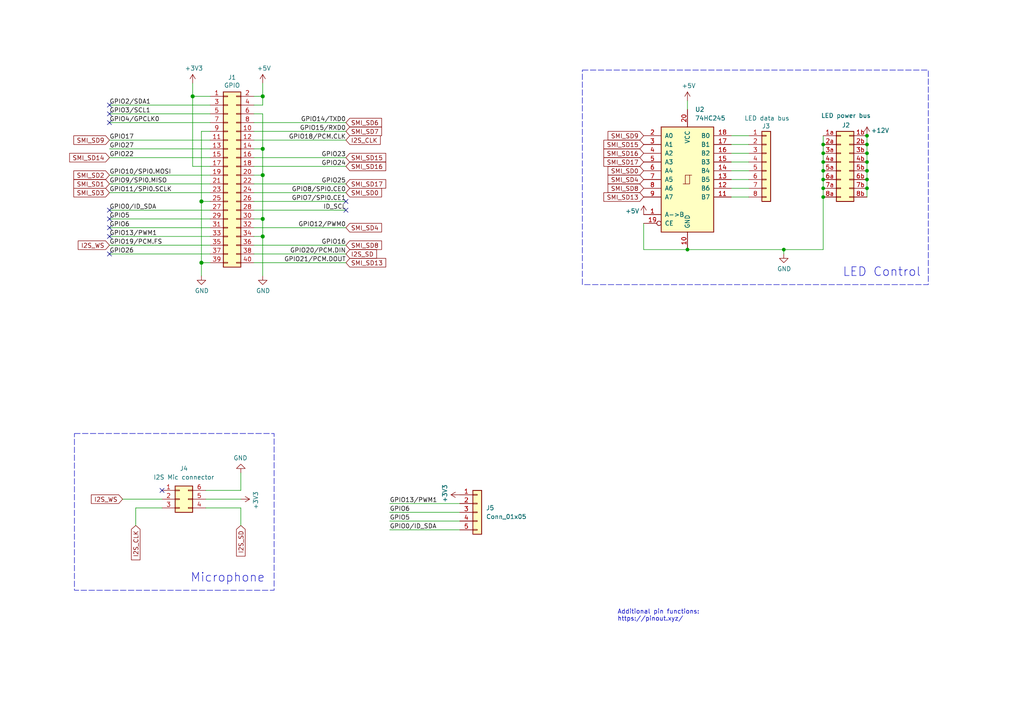
<source format=kicad_sch>
(kicad_sch (version 20231120) (generator "eeschema") (generator_version "8.0")
  (paper "A4")
  (title_block (date "15 nov 2012"))
  (lib_symbols
    (symbol "74xx:74HC245" (pin_names (offset 1.016))
      (property "Reference" "U" (at -7.62 16.51 0))
      (property "Value" "74HC245" (at -7.62 -16.51 0))
      (symbol "74HC245_1_0"
        (polyline (pts (xy -0.635 -1.27) (xy -0.635 1.27) (xy 0.635 1.27)))
        (polyline (pts (xy -1.27 -1.27) (xy 0.635 -1.27) (xy 0.635 1.27) (xy 1.27 1.27)))
        (pin input line (at -12.7 -10.16 0) (length 5.08) (name "A->B") (number "1"))
        (pin power_in line (at 0 -20.32 90) (length 5.08) (name "GND") (number "10"))
        (pin tri_state line (at 12.7 -5.08 180) (length 5.08) (name "B7") (number "11"))
        (pin tri_state line (at 12.7 -2.54 180) (length 5.08) (name "B6") (number "12"))
        (pin tri_state line (at 12.7 0 180) (length 5.08) (name "B5") (number "13"))
        (pin tri_state line (at 12.7 2.54 180) (length 5.08) (name "B4") (number "14"))
        (pin tri_state line (at 12.7 5.08 180) (length 5.08) (name "B3") (number "15"))
        (pin tri_state line (at 12.7 7.62 180) (length 5.08) (name "B2") (number "16"))
        (pin tri_state line (at 12.7 10.16 180) (length 5.08) (name "B1") (number "17"))
        (pin tri_state line (at 12.7 12.7 180) (length 5.08) (name "B0") (number "18"))
        (pin input inverted (at -12.7 -12.7 0) (length 5.08) (name "CE") (number "19"))
        (pin tri_state line (at -12.7 12.7 0) (length 5.08) (name "A0") (number "2"))
        (pin power_in line (at 0 20.32 270) (length 5.08) (name "VCC") (number "20"))
        (pin tri_state line (at -12.7 10.16 0) (length 5.08) (name "A1") (number "3"))
        (pin tri_state line (at -12.7 7.62 0) (length 5.08) (name "A2") (number "4"))
        (pin tri_state line (at -12.7 5.08 0) (length 5.08) (name "A3") (number "5"))
        (pin tri_state line (at -12.7 2.54 0) (length 5.08) (name "A4") (number "6"))
        (pin tri_state line (at -12.7 0 0) (length 5.08) (name "A5") (number "7"))
        (pin tri_state line (at -12.7 -2.54 0) (length 5.08) (name "A6") (number "8"))
        (pin tri_state line (at -12.7 -5.08 0) (length 5.08) (name "A7") (number "9"))
      )
      (symbol "74HC245_1_1"
        (rectangle (start -7.62 15.24) (end 7.62 -15.24) (stroke (width 0.254)) (fill (type background)))
      )
    )
    (symbol "Connector_Generic:Conn_01x05" (pin_names (offset 1.016) hide)
      (property "Reference" "J" (at 0 7.62 0))
      (property "Value" "Conn_01x05" (at 0 -7.62 0))
      (symbol "Conn_01x05_1_1"
        (rectangle (start -1.27 -4.953) (end 0 -5.207) (stroke (width 0.1524)))
        (rectangle (start -1.27 -2.413) (end 0 -2.667) (stroke (width 0.1524)))
        (rectangle (start -1.27 0.127) (end 0 -0.127) (stroke (width 0.1524)))
        (rectangle (start -1.27 2.667) (end 0 2.413) (stroke (width 0.1524)))
        (rectangle (start -1.27 5.207) (end 0 4.953) (stroke (width 0.1524)))
        (rectangle (start -1.27 6.35) (end 1.27 -6.35) (stroke (width 0.254)) (fill (type background)))
        (pin passive line (at -5.08 5.08 0) (length 3.81) (name "Pin_1") (number "1"))
        (pin passive line (at -5.08 2.54 0) (length 3.81) (name "Pin_2") (number "2"))
        (pin passive line (at -5.08 0 0) (length 3.81) (name "Pin_3") (number "3"))
        (pin passive line (at -5.08 -2.54 0) (length 3.81) (name "Pin_4") (number "4"))
        (pin passive line (at -5.08 -5.08 0) (length 3.81) (name "Pin_5") (number "5"))
      )
    )
    (symbol "Connector_Generic:Conn_01x08" (pin_names (offset 1.016) hide)
      (property "Reference" "J" (at 0 10.16 0))
      (property "Value" "Conn_01x08" (at 0 -12.7 0))
      (symbol "Conn_01x08_1_1"
        (rectangle (start -1.27 -10.033) (end 0 -10.287) (stroke (width 0.1524)))
        (rectangle (start -1.27 -7.493) (end 0 -7.747) (stroke (width 0.1524)))
        (rectangle (start -1.27 -4.953) (end 0 -5.207) (stroke (width 0.1524)))
        (rectangle (start -1.27 -2.413) (end 0 -2.667) (stroke (width 0.1524)))
        (rectangle (start -1.27 0.127) (end 0 -0.127) (stroke (width 0.1524)))
        (rectangle (start -1.27 2.667) (end 0 2.413) (stroke (width 0.1524)))
        (rectangle (start -1.27 5.207) (end 0 4.953) (stroke (width 0.1524)))
        (rectangle (start -1.27 7.747) (end 0 7.493) (stroke (width 0.1524)))
        (rectangle (start -1.27 8.89) (end 1.27 -11.43) (stroke (width 0.254)) (fill (type background)))
        (pin passive line (at -5.08 7.62 0) (length 3.81) (name "Pin_1") (number "1"))
        (pin passive line (at -5.08 5.08 0) (length 3.81) (name "Pin_2") (number "2"))
        (pin passive line (at -5.08 2.54 0) (length 3.81) (name "Pin_3") (number "3"))
        (pin passive line (at -5.08 0 0) (length 3.81) (name "Pin_4") (number "4"))
        (pin passive line (at -5.08 -2.54 0) (length 3.81) (name "Pin_5") (number "5"))
        (pin passive line (at -5.08 -5.08 0) (length 3.81) (name "Pin_6") (number "6"))
        (pin passive line (at -5.08 -7.62 0) (length 3.81) (name "Pin_7") (number "7"))
        (pin passive line (at -5.08 -10.16 0) (length 3.81) (name "Pin_8") (number "8"))
      )
    )
    (symbol "Connector_Generic:Conn_02x03_Counter_Clockwise" (pin_names (offset 1.016) hide)
      (property "Reference" "J" (at 1.27 5.08 0))
      (property "Value" "Conn_02x03_Counter_Clockwise" (at 1.27 -5.08 0))
      (symbol "Conn_02x03_Counter_Clockwise_1_1"
        (rectangle (start -1.27 -2.413) (end 0 -2.667) (stroke (width 0.1524)))
        (rectangle (start -1.27 0.127) (end 0 -0.127) (stroke (width 0.1524)))
        (rectangle (start -1.27 2.667) (end 0 2.413) (stroke (width 0.1524)))
        (rectangle (start -1.27 3.81) (end 3.81 -3.81) (stroke (width 0.254)) (fill (type background)))
        (rectangle (start 3.81 -2.413) (end 2.54 -2.667) (stroke (width 0.1524)))
        (rectangle (start 3.81 0.127) (end 2.54 -0.127) (stroke (width 0.1524)))
        (rectangle (start 3.81 2.667) (end 2.54 2.413) (stroke (width 0.1524)))
        (pin passive line (at -5.08 2.54 0) (length 3.81) (name "Pin_1") (number "1"))
        (pin passive line (at -5.08 0 0) (length 3.81) (name "Pin_2") (number "2"))
        (pin passive line (at -5.08 -2.54 0) (length 3.81) (name "Pin_3") (number "3"))
        (pin passive line (at 7.62 -2.54 180) (length 3.81) (name "Pin_4") (number "4"))
        (pin passive line (at 7.62 0 180) (length 3.81) (name "Pin_5") (number "5"))
        (pin passive line (at 7.62 2.54 180) (length 3.81) (name "Pin_6") (number "6"))
      )
    )
    (symbol "Connector_Generic:Conn_02x08_Row_Letter_Last" (pin_names (offset 1.016) hide)
      (property "Reference" "J" (at 1.27 10.16 0))
      (property "Value" "Conn_02x08_Row_Letter_Last" (at 1.27 -12.7 0))
      (symbol "Conn_02x08_Row_Letter_Last_1_1"
        (rectangle (start -1.27 -10.033) (end 0 -10.287) (stroke (width 0.1524)))
        (rectangle (start -1.27 -7.493) (end 0 -7.747) (stroke (width 0.1524)))
        (rectangle (start -1.27 -4.953) (end 0 -5.207) (stroke (width 0.1524)))
        (rectangle (start -1.27 -2.413) (end 0 -2.667) (stroke (width 0.1524)))
        (rectangle (start -1.27 0.127) (end 0 -0.127) (stroke (width 0.1524)))
        (rectangle (start -1.27 2.667) (end 0 2.413) (stroke (width 0.1524)))
        (rectangle (start -1.27 5.207) (end 0 4.953) (stroke (width 0.1524)))
        (rectangle (start -1.27 7.747) (end 0 7.493) (stroke (width 0.1524)))
        (rectangle (start -1.27 8.89) (end 3.81 -11.43) (stroke (width 0.254)) (fill (type background)))
        (rectangle (start 3.81 -10.033) (end 2.54 -10.287) (stroke (width 0.1524)))
        (rectangle (start 3.81 -7.493) (end 2.54 -7.747) (stroke (width 0.1524)))
        (rectangle (start 3.81 -4.953) (end 2.54 -5.207) (stroke (width 0.1524)))
        (rectangle (start 3.81 -2.413) (end 2.54 -2.667) (stroke (width 0.1524)))
        (rectangle (start 3.81 0.127) (end 2.54 -0.127) (stroke (width 0.1524)))
        (rectangle (start 3.81 2.667) (end 2.54 2.413) (stroke (width 0.1524)))
        (rectangle (start 3.81 5.207) (end 2.54 4.953) (stroke (width 0.1524)))
        (rectangle (start 3.81 7.747) (end 2.54 7.493) (stroke (width 0.1524)))
        (pin passive line (at -5.08 7.62 0) (length 3.81) (name "Pin_1a") (number "1a"))
        (pin passive line (at 7.62 7.62 180) (length 3.81) (name "Pin_1b") (number "1b"))
        (pin passive line (at -5.08 5.08 0) (length 3.81) (name "Pin_2a") (number "2a"))
        (pin passive line (at 7.62 5.08 180) (length 3.81) (name "Pin_2b") (number "2b"))
        (pin passive line (at -5.08 2.54 0) (length 3.81) (name "Pin_3a") (number "3a"))
        (pin passive line (at 7.62 2.54 180) (length 3.81) (name "Pin_3b") (number "3b"))
        (pin passive line (at -5.08 0 0) (length 3.81) (name "Pin_4a") (number "4a"))
        (pin passive line (at 7.62 0 180) (length 3.81) (name "Pin_4b") (number "4b"))
        (pin passive line (at -5.08 -2.54 0) (length 3.81) (name "Pin_5a") (number "5a"))
        (pin passive line (at 7.62 -2.54 180) (length 3.81) (name "Pin_5b") (number "5b"))
        (pin passive line (at -5.08 -5.08 0) (length 3.81) (name "Pin_6a") (number "6a"))
        (pin passive line (at 7.62 -5.08 180) (length 3.81) (name "Pin_6b") (number "6b"))
        (pin passive line (at -5.08 -7.62 0) (length 3.81) (name "Pin_7a") (number "7a"))
        (pin passive line (at 7.62 -7.62 180) (length 3.81) (name "Pin_7b") (number "7b"))
        (pin passive line (at -5.08 -10.16 0) (length 3.81) (name "Pin_8a") (number "8a"))
        (pin passive line (at 7.62 -10.16 180) (length 3.81) (name "Pin_8b") (number "8b"))
      )
    )
    (symbol "Connector_Generic:Conn_02x20_Odd_Even" (pin_names (offset 1.016) hide)
      (property "Reference" "J" (at 1.27 25.4 0))
      (property "Value" "Conn_02x20_Odd_Even" (at 1.27 -27.94 0))
      (symbol "Conn_02x20_Odd_Even_1_1"
        (rectangle (start -1.27 -25.273) (end 0 -25.527) (stroke (width 0.1524)))
        (rectangle (start -1.27 -22.733) (end 0 -22.987) (stroke (width 0.1524)))
        (rectangle (start -1.27 -20.193) (end 0 -20.447) (stroke (width 0.1524)))
        (rectangle (start -1.27 -17.653) (end 0 -17.907) (stroke (width 0.1524)))
        (rectangle (start -1.27 -15.113) (end 0 -15.367) (stroke (width 0.1524)))
        (rectangle (start -1.27 -12.573) (end 0 -12.827) (stroke (width 0.1524)))
        (rectangle (start -1.27 -10.033) (end 0 -10.287) (stroke (width 0.1524)))
        (rectangle (start -1.27 -7.493) (end 0 -7.747) (stroke (width 0.1524)))
        (rectangle (start -1.27 -4.953) (end 0 -5.207) (stroke (width 0.1524)))
        (rectangle (start -1.27 -2.413) (end 0 -2.667) (stroke (width 0.1524)))
        (rectangle (start -1.27 0.127) (end 0 -0.127) (stroke (width 0.1524)))
        (rectangle (start -1.27 2.667) (end 0 2.413) (stroke (width 0.1524)))
        (rectangle (start -1.27 5.207) (end 0 4.953) (stroke (width 0.1524)))
        (rectangle (start -1.27 7.747) (end 0 7.493) (stroke (width 0.1524)))
        (rectangle (start -1.27 10.287) (end 0 10.033) (stroke (width 0.1524)))
        (rectangle (start -1.27 12.827) (end 0 12.573) (stroke (width 0.1524)))
        (rectangle (start -1.27 15.367) (end 0 15.113) (stroke (width 0.1524)))
        (rectangle (start -1.27 17.907) (end 0 17.653) (stroke (width 0.1524)))
        (rectangle (start -1.27 20.447) (end 0 20.193) (stroke (width 0.1524)))
        (rectangle (start -1.27 22.987) (end 0 22.733) (stroke (width 0.1524)))
        (rectangle (start -1.27 24.13) (end 3.81 -26.67) (stroke (width 0.254)) (fill (type background)))
        (rectangle (start 3.81 -25.273) (end 2.54 -25.527) (stroke (width 0.1524)))
        (rectangle (start 3.81 -22.733) (end 2.54 -22.987) (stroke (width 0.1524)))
        (rectangle (start 3.81 -20.193) (end 2.54 -20.447) (stroke (width 0.1524)))
        (rectangle (start 3.81 -17.653) (end 2.54 -17.907) (stroke (width 0.1524)))
        (rectangle (start 3.81 -15.113) (end 2.54 -15.367) (stroke (width 0.1524)))
        (rectangle (start 3.81 -12.573) (end 2.54 -12.827) (stroke (width 0.1524)))
        (rectangle (start 3.81 -10.033) (end 2.54 -10.287) (stroke (width 0.1524)))
        (rectangle (start 3.81 -7.493) (end 2.54 -7.747) (stroke (width 0.1524)))
        (rectangle (start 3.81 -4.953) (end 2.54 -5.207) (stroke (width 0.1524)))
        (rectangle (start 3.81 -2.413) (end 2.54 -2.667) (stroke (width 0.1524)))
        (rectangle (start 3.81 0.127) (end 2.54 -0.127) (stroke (width 0.1524)))
        (rectangle (start 3.81 2.667) (end 2.54 2.413) (stroke (width 0.1524)))
        (rectangle (start 3.81 5.207) (end 2.54 4.953) (stroke (width 0.1524)))
        (rectangle (start 3.81 7.747) (end 2.54 7.493) (stroke (width 0.1524)))
        (rectangle (start 3.81 10.287) (end 2.54 10.033) (stroke (width 0.1524)))
        (rectangle (start 3.81 12.827) (end 2.54 12.573) (stroke (width 0.1524)))
        (rectangle (start 3.81 15.367) (end 2.54 15.113) (stroke (width 0.1524)))
        (rectangle (start 3.81 17.907) (end 2.54 17.653) (stroke (width 0.1524)))
        (rectangle (start 3.81 20.447) (end 2.54 20.193) (stroke (width 0.1524)))
        (rectangle (start 3.81 22.987) (end 2.54 22.733) (stroke (width 0.1524)))
        (pin passive line (at -5.08 22.86 0) (length 3.81) (name "Pin_1") (number "1"))
        (pin passive line (at 7.62 12.7 180) (length 3.81) (name "Pin_10") (number "10"))
        (pin passive line (at -5.08 10.16 0) (length 3.81) (name "Pin_11") (number "11"))
        (pin passive line (at 7.62 10.16 180) (length 3.81) (name "Pin_12") (number "12"))
        (pin passive line (at -5.08 7.62 0) (length 3.81) (name "Pin_13") (number "13"))
        (pin passive line (at 7.62 7.62 180) (length 3.81) (name "Pin_14") (number "14"))
        (pin passive line (at -5.08 5.08 0) (length 3.81) (name "Pin_15") (number "15"))
        (pin passive line (at 7.62 5.08 180) (length 3.81) (name "Pin_16") (number "16"))
        (pin passive line (at -5.08 2.54 0) (length 3.81) (name "Pin_17") (number "17"))
        (pin passive line (at 7.62 2.54 180) (length 3.81) (name "Pin_18") (number "18"))
        (pin passive line (at -5.08 0 0) (length 3.81) (name "Pin_19") (number "19"))
        (pin passive line (at 7.62 22.86 180) (length 3.81) (name "Pin_2") (number "2"))
        (pin passive line (at 7.62 0 180) (length 3.81) (name "Pin_20") (number "20"))
        (pin passive line (at -5.08 -2.54 0) (length 3.81) (name "Pin_21") (number "21"))
        (pin passive line (at 7.62 -2.54 180) (length 3.81) (name "Pin_22") (number "22"))
        (pin passive line (at -5.08 -5.08 0) (length 3.81) (name "Pin_23") (number "23"))
        (pin passive line (at 7.62 -5.08 180) (length 3.81) (name "Pin_24") (number "24"))
        (pin passive line (at -5.08 -7.62 0) (length 3.81) (name "Pin_25") (number "25"))
        (pin passive line (at 7.62 -7.62 180) (length 3.81) (name "Pin_26") (number "26"))
        (pin passive line (at -5.08 -10.16 0) (length 3.81) (name "Pin_27") (number "27"))
        (pin passive line (at 7.62 -10.16 180) (length 3.81) (name "Pin_28") (number "28"))
        (pin passive line (at -5.08 -12.7 0) (length 3.81) (name "Pin_29") (number "29"))
        (pin passive line (at -5.08 20.32 0) (length 3.81) (name "Pin_3") (number "3"))
        (pin passive line (at 7.62 -12.7 180) (length 3.81) (name "Pin_30") (number "30"))
        (pin passive line (at -5.08 -15.24 0) (length 3.81) (name "Pin_31") (number "31"))
        (pin passive line (at 7.62 -15.24 180) (length 3.81) (name "Pin_32") (number "32"))
        (pin passive line (at -5.08 -17.78 0) (length 3.81) (name "Pin_33") (number "33"))
        (pin passive line (at 7.62 -17.78 180) (length 3.81) (name "Pin_34") (number "34"))
        (pin passive line (at -5.08 -20.32 0) (length 3.81) (name "Pin_35") (number "35"))
        (pin passive line (at 7.62 -20.32 180) (length 3.81) (name "Pin_36") (number "36"))
        (pin passive line (at -5.08 -22.86 0) (length 3.81) (name "Pin_37") (number "37"))
        (pin passive line (at 7.62 -22.86 180) (length 3.81) (name "Pin_38") (number "38"))
        (pin passive line (at -5.08 -25.4 0) (length 3.81) (name "Pin_39") (number "39"))
        (pin passive line (at 7.62 20.32 180) (length 3.81) (name "Pin_4") (number "4"))
        (pin passive line (at 7.62 -25.4 180) (length 3.81) (name "Pin_40") (number "40"))
        (pin passive line (at -5.08 17.78 0) (length 3.81) (name "Pin_5") (number "5"))
        (pin passive line (at 7.62 17.78 180) (length 3.81) (name "Pin_6") (number "6"))
        (pin passive line (at -5.08 15.24 0) (length 3.81) (name "Pin_7") (number "7"))
        (pin passive line (at 7.62 15.24 180) (length 3.81) (name "Pin_8") (number "8"))
        (pin passive line (at -5.08 12.7 0) (length 3.81) (name "Pin_9") (number "9"))
      )
    )
    (symbol "power:+12V" (power) (pin_numbers hide) (pin_names (offset 0) hide)
      (property "Value" "+12V" (at 0 3.556 0))
      (symbol "+12V_0_1"
        (polyline (pts (xy -0.762 1.27) (xy 0 2.54)))
        (polyline (pts (xy 0 0) (xy 0 2.54)))
        (polyline (pts (xy 0 2.54) (xy 0.762 1.27)))
      )
      (symbol "+12V_1_1"
        (pin power_in line (at 0 0 90) (length 0) (name "~") (number "1"))
      )
    )
    (symbol "power:+3.3V" (power) (pin_names (offset 0))
      (property "Value" "+3.3V" (at 0 3.556 0))
      (symbol "+3.3V_0_1"
        (polyline (pts (xy -0.762 1.27) (xy 0 2.54)))
        (polyline (pts (xy 0 0) (xy 0 2.54)))
        (polyline (pts (xy 0 2.54) (xy 0.762 1.27)))
      )
      (symbol "+3.3V_1_1"
        (pin power_in line (at 0 0 90) (length 0) hide (name "+3V3") (number "1"))
      )
    )
    (symbol "power:+5V" (power) (pin_names (offset 0))
      (property "Value" "+5V" (at 0 3.556 0))
      (symbol "+5V_0_1"
        (polyline (pts (xy -0.762 1.27) (xy 0 2.54)))
        (polyline (pts (xy 0 0) (xy 0 2.54)))
        (polyline (pts (xy 0 2.54) (xy 0.762 1.27)))
      )
      (symbol "+5V_1_1"
        (pin power_in line (at 0 0 90) (length 0) hide (name "+5V") (number "1"))
      )
    )
    (symbol "power:GND" (power) (pin_names (offset 0))
      (property "Value" "GND" (at 0 -3.81 0))
      (symbol "GND_0_1"
        (polyline (pts (xy 0 0) (xy 0 -1.27) (xy 1.27 -1.27) (xy 0 -2.54) (xy -1.27 -1.27) (xy 0 -1.27)))
      )
      (symbol "GND_1_1"
        (pin power_in line (at 0 0 270) (length 0) hide (name "GND") (number "1"))
      )
    )
  )
  (junction (at 76.2 63.5) (diameter 1.016))
  (junction (at 55.88 27.94) (diameter 1.016))
  (junction (at 76.2 68.58) (diameter 1.016))
  (junction (at 251.46 52.07))
  (junction (at 251.46 39.37))
  (junction (at 238.76 57.15))
  (junction (at 238.76 41.91))
  (junction (at 251.46 41.91))
  (junction (at 199.39 72.39))
  (junction (at 58.42 58.42) (diameter 1.016))
  (junction (at 251.46 54.61))
  (junction (at 238.76 44.45))
  (junction (at 227.33 72.39))
  (junction (at 76.2 50.8) (diameter 1.016))
  (junction (at 76.2 43.18) (diameter 1.016))
  (junction (at 251.46 49.53))
  (junction (at 238.76 54.61))
  (junction (at 238.76 46.99))
  (junction (at 251.46 44.45))
  (junction (at 238.76 52.07))
  (junction (at 251.46 46.99))
  (junction (at 238.76 49.53))
  (junction (at 58.42 76.2) (diameter 1.016))
  (junction (at 76.2 27.94) (diameter 1.016))
  (no_connect (at 31.75 30.48))
  (no_connect (at 100.33 58.42))
  (no_connect (at 31.75 60.96))
  (no_connect (at 31.75 68.58))
  (no_connect (at 31.75 66.04))
  (no_connect (at 31.75 73.66))
  (no_connect (at 46.99 142.24))
  (no_connect (at 31.75 35.56))
  (no_connect (at 31.75 63.5))
  (no_connect (at 100.33 60.96))
  (no_connect (at 31.75 33.02))
  (wire (pts (xy 58.42 58.42) (xy 58.42 76.2)))
  (wire (pts (xy 73.66 58.42) (xy 100.33 58.42)))
  (wire (pts (xy 227.33 72.39) (xy 199.39 72.39)))
  (wire (pts (xy 60.96 40.64) (xy 31.75 40.64)))
  (wire (pts (xy 76.2 33.02) (xy 76.2 43.18)))
  (wire (pts (xy 76.2 50.8) (xy 73.66 50.8)))
  (wire (pts (xy 76.2 63.5) (xy 76.2 68.58)))
  (wire (pts (xy 113.03 146.05) (xy 133.35 146.05)))
  (wire (pts (xy 35.56 144.78) (xy 46.99 144.78)))
  (wire (pts (xy 76.2 50.8) (xy 76.2 63.5)))
  (wire (pts (xy 113.03 153.67) (xy 133.35 153.67)))
  (wire (pts (xy 73.66 35.56) (xy 100.33 35.56)))
  (wire (pts (xy 251.46 46.99) (xy 251.46 49.53)))
  (wire (pts (xy 58.42 38.1) (xy 58.42 58.42)))
  (wire (pts (xy 227.33 72.39) (xy 238.76 72.39)))
  (wire (pts (xy 212.09 54.61) (xy 217.17 54.61)))
  (wire (pts (xy 58.42 38.1) (xy 60.96 38.1)))
  (wire (pts (xy 73.66 55.88) (xy 100.33 55.88)))
  (wire (pts (xy 238.76 41.91) (xy 238.76 44.45)))
  (wire (pts (xy 69.85 144.78) (xy 59.69 144.78)))
  (wire (pts (xy 60.96 60.96) (xy 31.75 60.96)))
  (wire (pts (xy 31.75 63.5) (xy 60.96 63.5)))
  (wire (pts (xy 238.76 39.37) (xy 238.76 41.91)))
  (wire (pts (xy 238.76 49.53) (xy 238.76 52.07)))
  (wire (pts (xy 58.42 58.42) (xy 60.96 58.42)))
  (wire (pts (xy 238.76 54.61) (xy 238.76 57.15)))
  (wire (pts (xy 73.66 45.72) (xy 100.33 45.72)))
  (wire (pts (xy 113.03 151.13) (xy 133.35 151.13)))
  (wire (pts (xy 251.46 54.61) (xy 251.46 57.15)))
  (wire (pts (xy 73.66 76.2) (xy 100.33 76.2)))
  (wire (pts (xy 58.42 76.2) (xy 58.42 80.01)))
  (wire (pts (xy 31.75 43.18) (xy 60.96 43.18)))
  (wire (pts (xy 55.88 24.13) (xy 55.88 27.94)))
  (wire (pts (xy 212.09 41.91) (xy 217.17 41.91)))
  (wire (pts (xy 76.2 68.58) (xy 73.66 68.58)))
  (wire (pts (xy 31.75 33.02) (xy 60.96 33.02)))
  (wire (pts (xy 238.76 72.39) (xy 238.76 57.15)))
  (wire (pts (xy 31.75 55.88) (xy 60.96 55.88)))
  (wire (pts (xy 55.88 48.26) (xy 60.96 48.26)))
  (wire (pts (xy 69.85 142.24) (xy 59.69 142.24)))
  (wire (pts (xy 60.96 30.48) (xy 31.75 30.48)))
  (wire (pts (xy 186.69 64.77) (xy 186.69 72.39)))
  (wire (pts (xy 76.2 27.94) (xy 76.2 30.48)))
  (wire (pts (xy 76.2 43.18) (xy 76.2 50.8)))
  (wire (pts (xy 73.66 40.64) (xy 100.33 40.64)))
  (wire (pts (xy 76.2 43.18) (xy 73.66 43.18)))
  (wire (pts (xy 186.69 72.39) (xy 199.39 72.39)))
  (wire (pts (xy 76.2 24.13) (xy 76.2 27.94)))
  (wire (pts (xy 31.75 35.56) (xy 60.96 35.56)))
  (wire (pts (xy 76.2 27.94) (xy 73.66 27.94)))
  (wire (pts (xy 55.88 27.94) (xy 55.88 48.26)))
  (wire (pts (xy 73.66 48.26) (xy 100.33 48.26)))
  (wire (pts (xy 212.09 44.45) (xy 217.17 44.45)))
  (wire (pts (xy 73.66 38.1) (xy 100.33 38.1)))
  (wire (pts (xy 31.75 45.72) (xy 60.96 45.72)))
  (wire (pts (xy 251.46 52.07) (xy 251.46 54.61)))
  (wire (pts (xy 31.75 53.34) (xy 60.96 53.34)))
  (wire (pts (xy 238.76 52.07) (xy 238.76 54.61)))
  (wire (pts (xy 199.39 31.75) (xy 199.39 29.21)))
  (wire (pts (xy 31.75 66.04) (xy 60.96 66.04)))
  (wire (pts (xy 212.09 52.07) (xy 217.17 52.07)))
  (wire (pts (xy 76.2 30.48) (xy 73.66 30.48)))
  (wire (pts (xy 212.09 39.37) (xy 217.17 39.37)))
  (wire (pts (xy 31.75 71.12) (xy 60.96 71.12)))
  (wire (pts (xy 73.66 71.12) (xy 100.33 71.12)))
  (wire (pts (xy 212.09 49.53) (xy 217.17 49.53)))
  (wire (pts (xy 73.66 66.04) (xy 100.33 66.04)))
  (wire (pts (xy 58.42 76.2) (xy 60.96 76.2)))
  (wire (pts (xy 73.66 73.66) (xy 100.33 73.66)))
  (wire (pts (xy 76.2 33.02) (xy 73.66 33.02)))
  (wire (pts (xy 46.99 147.32) (xy 39.37 147.32)))
  (wire (pts (xy 31.75 73.66) (xy 60.96 73.66)))
  (wire (pts (xy 227.33 73.66) (xy 227.33 72.39)))
  (wire (pts (xy 238.76 44.45) (xy 238.76 46.99)))
  (wire (pts (xy 69.85 152.4) (xy 69.85 147.32)))
  (wire (pts (xy 76.2 68.58) (xy 76.2 80.01)))
  (wire (pts (xy 73.66 53.34) (xy 100.33 53.34)))
  (wire (pts (xy 60.96 68.58) (xy 31.75 68.58)))
  (wire (pts (xy 251.46 44.45) (xy 251.46 46.99)))
  (wire (pts (xy 69.85 137.16) (xy 69.85 142.24)))
  (wire (pts (xy 76.2 63.5) (xy 73.66 63.5)))
  (wire (pts (xy 251.46 39.37) (xy 251.46 41.91)))
  (wire (pts (xy 251.46 41.91) (xy 251.46 44.45)))
  (wire (pts (xy 55.88 27.94) (xy 60.96 27.94)))
  (wire (pts (xy 238.76 46.99) (xy 238.76 49.53)))
  (wire (pts (xy 59.69 147.32) (xy 69.85 147.32)))
  (wire (pts (xy 39.37 147.32) (xy 39.37 152.4)))
  (wire (pts (xy 212.09 57.15) (xy 217.17 57.15)))
  (wire (pts (xy 60.96 50.8) (xy 31.75 50.8)))
  (wire (pts (xy 73.66 60.96) (xy 100.33 60.96)))
  (wire (pts (xy 251.46 49.53) (xy 251.46 52.07)))
  (wire (pts (xy 212.09 46.99) (xy 217.17 46.99)))
  (wire (pts (xy 113.03 148.59) (xy 133.35 148.59)))
  (rectangle (start 21.59 125.73) (end 79.502 171.196) (stroke (width 0) (type dash)))
  (rectangle (start 168.91 20.32) (end 269.24 82.55) (stroke (width 0) (type dash)))
  (text "LED Control" (at 255.778 78.994 0) (effects (font (size 2.54 2.54))))
  (text "Microphone" (at 66.04 167.64 0) (effects (font (size 2.54 2.54))))
  (text "Additional pin functions:\nhttps://pinout.xyz/" (at 179.07 180.34 0) (effects (font (size 1.27 1.27)) (justify left bottom)))
  (label "GPIO0{slash}ID_SDA" (at 31.75 60.96 0))
  (label "GPIO6" (at 31.75 66.04 0))
  (label "GPIO5" (at 113.03 151.13 0))
  (label "ID_SCL" (at 100.33 60.96 180))
  (label "GPIO5" (at 31.75 63.5 0))
  (label "GPIO21{slash}PCM.DOUT" (at 100.33 76.2 180))
  (label "GPIO19{slash}PCM.FS" (at 31.75 71.12 0))
  (label "GPIO10{slash}SPI0.MOSI" (at 31.75 50.8 0))
  (label "GPIO9{slash}SPI0.MISO" (at 31.75 53.34 0))
  (label "GPIO6" (at 113.03 148.59 0))
  (label "GPIO23" (at 100.33 45.72 180))
  (label "GPIO4{slash}GPCLK0" (at 31.75 35.56 0))
  (label "GPIO27" (at 31.75 43.18 0))
  (label "GPIO26" (at 31.75 73.66 0))
  (label "GPIO14{slash}TXD0" (at 100.33 35.56 180))
  (label "GPIO8{slash}SPI0.CE0" (at 100.33 55.88 180))
  (label "GPIO15{slash}RXD0" (at 100.33 38.1 180))
  (label "GPIO16" (at 100.33 71.12 180))
  (label "GPIO0{slash}ID_SDA" (at 113.03 153.67 0))
  (label "GPIO22" (at 31.75 45.72 0))
  (label "GPIO2{slash}SDA1" (at 31.75 30.48 0))
  (label "GPIO13{slash}PWM1" (at 113.03 146.05 0))
  (label "GPIO17" (at 31.75 40.64 0))
  (label "GPIO25" (at 100.33 53.34 180))
  (label "GPIO3{slash}SCL1" (at 31.75 33.02 0))
  (label "GPIO18{slash}PCM.CLK" (at 100.33 40.64 180))
  (label "GPIO12{slash}PWM0" (at 100.33 66.04 180))
  (label "GPIO13{slash}PWM1" (at 31.75 68.58 0))
  (label "GPIO20{slash}PCM.DIN" (at 100.33 73.66 180))
  (label "GPIO24" (at 100.33 48.26 180))
  (label "GPIO7{slash}SPI0.CE1" (at 100.33 58.42 180))
  (label "GPIO11{slash}SPI0.SCLK" (at 31.75 55.88 0))
  (global_label "SMI_SD0" (shape input) (at 100.33 55.88 0) (property "Intersheetrefs" "${INTERSHEET_REFS}" (effects (hide yes))))
  (global_label "SMI_SD3" (shape input) (at 31.75 55.88 180) (property "Intersheetrefs" "${INTERSHEET_REFS}" (effects (hide yes))))
  (global_label "SMI_SD13" (shape input) (at 186.69 57.15 180) (property "Intersheetrefs" "${INTERSHEET_REFS}" (effects (hide yes))))
  (global_label "SMI_SD1" (shape input) (at 31.75 53.34 180) (property "Intersheetrefs" "${INTERSHEET_REFS}" (effects (hide yes))))
  (global_label "SMI_SD8" (shape input) (at 100.33 71.12 0) (property "Intersheetrefs" "${INTERSHEET_REFS}" (effects (hide yes))))
  (global_label "I2S_SD" (shape input) (at 100.33 73.66 0) (property "Intersheetrefs" "${INTERSHEET_REFS}" (effects (hide yes))))
  (global_label "SMI_SD16" (shape input) (at 100.33 48.26 0) (property "Intersheetrefs" "${INTERSHEET_REFS}" (effects (hide yes))))
  (global_label "SMI_SD2" (shape input) (at 31.75 50.8 180) (property "Intersheetrefs" "${INTERSHEET_REFS}" (effects (hide yes))))
  (global_label "SMI_SD17" (shape input) (at 100.33 53.34 0) (property "Intersheetrefs" "${INTERSHEET_REFS}" (effects (hide yes))))
  (global_label "SMI_SD13" (shape input) (at 100.33 76.2 0) (property "Intersheetrefs" "${INTERSHEET_REFS}" (effects (hide yes))))
  (global_label "SMI_SD16" (shape input) (at 186.69 44.45 180) (property "Intersheetrefs" "${INTERSHEET_REFS}" (effects (hide yes))))
  (global_label "SMI_SD15" (shape input) (at 186.69 41.91 180) (property "Intersheetrefs" "${INTERSHEET_REFS}" (effects (hide yes))))
  (global_label "I2S_SD" (shape input) (at 69.85 152.4 270) (property "Intersheetrefs" "${INTERSHEET_REFS}" (effects (hide yes))))
  (global_label "SMI_SD9" (shape input) (at 186.69 39.37 180) (property "Intersheetrefs" "${INTERSHEET_REFS}" (effects (hide yes))))
  (global_label "SMI_SD4" (shape input) (at 100.33 66.04 0) (property "Intersheetrefs" "${INTERSHEET_REFS}" (effects (hide yes))))
  (global_label "SMI_SD17" (shape input) (at 186.69 46.99 180) (property "Intersheetrefs" "${INTERSHEET_REFS}" (effects (hide yes))))
  (global_label "SMI_SD8" (shape input) (at 186.69 54.61 180) (property "Intersheetrefs" "${INTERSHEET_REFS}" (effects (hide yes))))
  (global_label "SMI_SD7" (shape input) (at 100.33 38.1 0) (property "Intersheetrefs" "${INTERSHEET_REFS}" (effects (hide yes))))
  (global_label "I2S_CLK" (shape input) (at 100.33 40.64 0) (property "Intersheetrefs" "${INTERSHEET_REFS}" (effects (hide yes))))
  (global_label "SMI_SD14" (shape input) (at 31.75 45.72 180) (property "Intersheetrefs" "${INTERSHEET_REFS}" (effects (hide yes))))
  (global_label "SMI_SD4" (shape input) (at 186.69 52.07 180) (property "Intersheetrefs" "${INTERSHEET_REFS}" (effects (hide yes))))
  (global_label "I2S_WS" (shape input) (at 35.56 144.78 180) (property "Intersheetrefs" "${INTERSHEET_REFS}" (effects (hide yes))))
  (global_label "SMI_SD15" (shape input) (at 100.33 45.72 0) (property "Intersheetrefs" "${INTERSHEET_REFS}" (effects (hide yes))))
  (global_label "SMI_SD9" (shape input) (at 31.75 40.64 180) (property "Intersheetrefs" "${INTERSHEET_REFS}" (effects (hide yes))))
  (global_label "I2S_WS" (shape input) (at 31.75 71.12 180) (property "Intersheetrefs" "${INTERSHEET_REFS}" (effects (hide yes))))
  (global_label "SMI_SD6" (shape input) (at 100.33 35.56 0) (property "Intersheetrefs" "${INTERSHEET_REFS}" (effects (hide yes))))
  (global_label "I2S_CLK" (shape input) (at 39.37 152.4 270) (property "Intersheetrefs" "${INTERSHEET_REFS}" (effects (hide yes))))
  (global_label "SMI_SD0" (shape input) (at 186.69 49.53 180) (property "Intersheetrefs" "${INTERSHEET_REFS}" (effects (hide yes))))
  (symbol (lib_id "power:+5V") (at 76.2 24.13 0) (unit 1)
    (property "Reference" "#PWR01" (effects (hide yes)))
    (property "Value" "+5V" (at 76.5683 19.8056 0))
  )
  (symbol (lib_id "power:+3.3V") (at 55.88 24.13 0) (unit 1)
    (property "Reference" "#PWR04" (effects (hide yes)))
    (property "Value" "+3V3" (at 56.2483 19.8056 0))
  )
  (symbol (lib_id "power:GND") (at 76.2 80.01 0) (unit 1)
    (property "Reference" "#PWR02" (effects (hide yes)))
    (property "Value" "GND" (at 76.3143 84.3344 0))
  )
  (symbol (lib_id "power:GND") (at 58.42 80.01 0) (unit 1)
    (property "Reference" "#PWR03" (effects (hide yes)))
    (property "Value" "GND" (at 58.5343 84.3344 0))
  )
  (symbol (lib_id "Connector_Generic:Conn_02x20_Odd_Even") (at 66.04 50.8 0) (unit 1)
    (property "Reference" "J1" (at 67.31 22.4598 0))
    (property "Value" "GPIO" (at 67.31 24.765 0))
    (property "Footprint" "Connector_PinSocket_2.54mm:PinSocket_2x20_P2.54mm_Vertical" (effects (hide yes)))
  )
  (symbol (lib_id "power:+5V") (at 186.69 62.23 0) (unit 1)
    (property "Reference" "#PWR07" (effects (hide yes)))
    (property "Value" "+5V" (at 183.388 61.214 0))
  )
  (symbol (lib_id "Connector_Generic:Conn_01x08") (at 222.25 46.99 0) (unit 1)
    (property "Reference" "J3" (at 220.98 36.576 0) (effects (justify left)))
    (property "Value" "LED data bus" (at 215.9 34.29 0) (effects (justify left)))
    (property "Footprint" "Connector_PinHeader_2.54mm:PinHeader_1x08_P2.54mm_Vertical" (effects (hide yes)))
    (property "Description" "Generic connector, single row, 01x08, script generated (kicad-library-utils/schlib/autogen/connector/)" (effects (hide yes)))
  )
  (symbol (lib_id "Connector_Generic:Conn_01x05") (at 138.43 148.59 0) (unit 1)
    (property "Reference" "J5" (at 140.97 147.3199 0) (effects (justify left)))
    (property "Value" "Conn_01x05" (at 140.97 149.8599 0) (effects (justify left)))
    (property "Footprint" "Connector_PinHeader_2.54mm:PinHeader_1x05_P2.54mm_Vertical" (effects (hide yes)))
    (property "Description" "Generic connector, single row, 01x05, script generated (kicad-library-utils/schlib/autogen/connector/)" (effects (hide yes)))
  )
  (symbol (lib_id "Connector_Generic:Conn_02x03_Counter_Clockwise") (at 52.07 144.78 0) (unit 1)
    (property "Reference" "J4" (at 53.34 135.89 0))
    (property "Value" "I2S Mic connector" (at 53.34 138.43 0))
    (property "Footprint" "Connector_PinHeader_2.54mm:PinHeader_2x03_P2.54mm_Vertical" (effects (hide yes)))
    (property "Description" "Generic connector, double row, 02x03, counter clockwise pin numbering scheme (similar to DIP package numbering), script generated (kicad-library-utils/schlib/autogen/connector/)" (effects (hide yes)))
  )
  (symbol (lib_id "power:+12V") (at 251.46 39.37 0) (unit 1)
    (property "Reference" "#PWR09" (effects (hide yes)))
    (property "Value" "+12V" (at 255.27 37.846 0))
    (property "Description" "Power symbol creates a global label with name \"+12V\"" (effects (hide yes)))
  )
  (symbol (lib_id "Connector_Generic:Conn_02x08_Row_Letter_Last") (at 243.84 46.99 0) (unit 1)
    (property "Reference" "J2" (at 245.364 36.322 0))
    (property "Value" "LED power bus" (at 245.364 33.528 0))
    (property "Footprint" "Connector_PinHeader_2.54mm:PinHeader_2x08_P2.54mm_Vertical" (effects (hide yes)))
    (property "Description" "Generic connector, double row, 02x08, row letter last pin numbering scheme (pin number consists of a letter for the row and a number for the pin index in this row. 1a, ..., Na; 1b, ..., Nb)), script generated (kicad-library-utils/schlib/autogen/connector/)" (effects (hide yes)))
  )
  (symbol (lib_id "74xx:74HC245") (at 199.39 52.07 0) (unit 1)
    (property "Reference" "U2" (at 201.5841 31.75 0) (effects (justify left)))
    (property "Value" "74HC245" (at 201.5841 34.29 0) (effects (justify left)))
    (property "Footprint" "Package_SO:SO-20_12.8x7.5mm_P1.27mm" (effects (hide yes)))
    (property "Datasheet" "http://www.ti.com/lit/gpn/sn74HC245" (effects (hide yes)))
    (property "Description" "Octal BUS Transceivers, 3-State outputs" (effects (hide yes)))
  )
  (symbol (lib_id "power:+5V") (at 199.39 29.21 0) (unit 1)
    (property "Reference" "#PWR05" (effects (hide yes)))
    (property "Value" "+5V" (at 199.7583 24.8856 0))
  )
  (symbol (lib_id "power:GND") (at 69.85 137.16 180) (unit 1)
    (property "Reference" "#PWR08" (effects (hide yes)))
    (property "Value" "GND" (at 69.7357 132.8356 0))
  )
  (symbol (lib_id "power:+3.3V") (at 69.85 144.78 270) (unit 1)
    (property "Reference" "#PWR010" (effects (hide yes)))
    (property "Value" "+3V3" (at 74.1744 145.1483 0))
  )
  (symbol (lib_id "power:+3.3V") (at 133.35 143.51 90) (unit 1)
    (property "Reference" "#PWR011" (effects (hide yes)))
    (property "Value" "+3V3" (at 129.0256 143.1417 0))
  )
  (symbol (lib_id "power:GND") (at 227.33 73.66 0) (unit 1)
    (property "Reference" "#PWR06" (effects (hide yes)))
    (property "Value" "GND" (at 227.4443 77.9844 0))
  )
)
</source>
